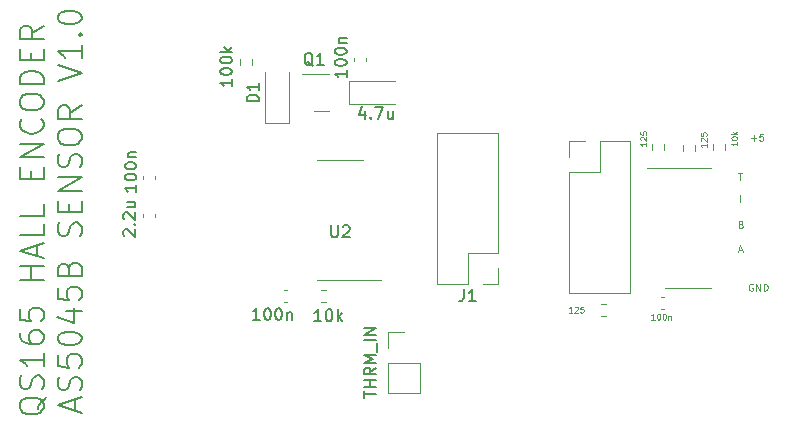
<source format=gbr>
%TF.GenerationSoftware,KiCad,Pcbnew,(6.0.7-1)-1*%
%TF.CreationDate,2022-11-03T17:35:00-04:00*%
%TF.ProjectId,encoder_driver,656e636f-6465-4725-9f64-72697665722e,rev?*%
%TF.SameCoordinates,Original*%
%TF.FileFunction,Legend,Top*%
%TF.FilePolarity,Positive*%
%FSLAX46Y46*%
G04 Gerber Fmt 4.6, Leading zero omitted, Abs format (unit mm)*
G04 Created by KiCad (PCBNEW (6.0.7-1)-1) date 2022-11-03 17:35:00*
%MOMM*%
%LPD*%
G01*
G04 APERTURE LIST*
%ADD10C,0.100000*%
%ADD11C,0.200000*%
%ADD12C,0.150000*%
%ADD13C,0.070000*%
%ADD14C,0.120000*%
G04 APERTURE END LIST*
D10*
X146742857Y-81600000D02*
X146685714Y-81571428D01*
X146600000Y-81571428D01*
X146514285Y-81600000D01*
X146457142Y-81657142D01*
X146428571Y-81714285D01*
X146400000Y-81828571D01*
X146400000Y-81914285D01*
X146428571Y-82028571D01*
X146457142Y-82085714D01*
X146514285Y-82142857D01*
X146600000Y-82171428D01*
X146657142Y-82171428D01*
X146742857Y-82142857D01*
X146771428Y-82114285D01*
X146771428Y-81914285D01*
X146657142Y-81914285D01*
X147028571Y-82171428D02*
X147028571Y-81571428D01*
X147371428Y-82171428D01*
X147371428Y-81571428D01*
X147657142Y-82171428D02*
X147657142Y-81571428D01*
X147800000Y-81571428D01*
X147885714Y-81600000D01*
X147942857Y-81657142D01*
X147971428Y-81714285D01*
X148000000Y-81828571D01*
X148000000Y-81914285D01*
X147971428Y-82028571D01*
X147942857Y-82085714D01*
X147885714Y-82142857D01*
X147800000Y-82171428D01*
X147657142Y-82171428D01*
X145528571Y-72171428D02*
X145871428Y-72171428D01*
X145700000Y-72771428D02*
X145700000Y-72171428D01*
X145557142Y-78700000D02*
X145842857Y-78700000D01*
X145500000Y-78871428D02*
X145700000Y-78271428D01*
X145900000Y-78871428D01*
X145742857Y-76557142D02*
X145828571Y-76585714D01*
X145857142Y-76614285D01*
X145885714Y-76671428D01*
X145885714Y-76757142D01*
X145857142Y-76814285D01*
X145828571Y-76842857D01*
X145771428Y-76871428D01*
X145542857Y-76871428D01*
X145542857Y-76271428D01*
X145742857Y-76271428D01*
X145800000Y-76300000D01*
X145828571Y-76328571D01*
X145857142Y-76385714D01*
X145857142Y-76442857D01*
X145828571Y-76500000D01*
X145800000Y-76528571D01*
X145742857Y-76557142D01*
X145542857Y-76557142D01*
X145700000Y-74671428D02*
X145700000Y-74071428D01*
X146585714Y-69242857D02*
X147042857Y-69242857D01*
X146814285Y-69471428D02*
X146814285Y-69014285D01*
X147614285Y-68871428D02*
X147328571Y-68871428D01*
X147300000Y-69157142D01*
X147328571Y-69128571D01*
X147385714Y-69100000D01*
X147528571Y-69100000D01*
X147585714Y-69128571D01*
X147614285Y-69157142D01*
X147642857Y-69214285D01*
X147642857Y-69357142D01*
X147614285Y-69414285D01*
X147585714Y-69442857D01*
X147528571Y-69471428D01*
X147385714Y-69471428D01*
X147328571Y-69442857D01*
X147300000Y-69414285D01*
D11*
X86885238Y-91161904D02*
X86790000Y-91352380D01*
X86599523Y-91542857D01*
X86313809Y-91828571D01*
X86218571Y-92019047D01*
X86218571Y-92209523D01*
X86694761Y-92114285D02*
X86599523Y-92304761D01*
X86409047Y-92495238D01*
X86028095Y-92590476D01*
X85361428Y-92590476D01*
X84980476Y-92495238D01*
X84790000Y-92304761D01*
X84694761Y-92114285D01*
X84694761Y-91733333D01*
X84790000Y-91542857D01*
X84980476Y-91352380D01*
X85361428Y-91257142D01*
X86028095Y-91257142D01*
X86409047Y-91352380D01*
X86599523Y-91542857D01*
X86694761Y-91733333D01*
X86694761Y-92114285D01*
X86599523Y-90495238D02*
X86694761Y-90209523D01*
X86694761Y-89733333D01*
X86599523Y-89542857D01*
X86504285Y-89447619D01*
X86313809Y-89352380D01*
X86123333Y-89352380D01*
X85932857Y-89447619D01*
X85837619Y-89542857D01*
X85742380Y-89733333D01*
X85647142Y-90114285D01*
X85551904Y-90304761D01*
X85456666Y-90400000D01*
X85266190Y-90495238D01*
X85075714Y-90495238D01*
X84885238Y-90400000D01*
X84790000Y-90304761D01*
X84694761Y-90114285D01*
X84694761Y-89638095D01*
X84790000Y-89352380D01*
X86694761Y-87447619D02*
X86694761Y-88590476D01*
X86694761Y-88019047D02*
X84694761Y-88019047D01*
X84980476Y-88209523D01*
X85170952Y-88400000D01*
X85266190Y-88590476D01*
X84694761Y-85733333D02*
X84694761Y-86114285D01*
X84790000Y-86304761D01*
X84885238Y-86400000D01*
X85170952Y-86590476D01*
X85551904Y-86685714D01*
X86313809Y-86685714D01*
X86504285Y-86590476D01*
X86599523Y-86495238D01*
X86694761Y-86304761D01*
X86694761Y-85923809D01*
X86599523Y-85733333D01*
X86504285Y-85638095D01*
X86313809Y-85542857D01*
X85837619Y-85542857D01*
X85647142Y-85638095D01*
X85551904Y-85733333D01*
X85456666Y-85923809D01*
X85456666Y-86304761D01*
X85551904Y-86495238D01*
X85647142Y-86590476D01*
X85837619Y-86685714D01*
X84694761Y-83733333D02*
X84694761Y-84685714D01*
X85647142Y-84780952D01*
X85551904Y-84685714D01*
X85456666Y-84495238D01*
X85456666Y-84019047D01*
X85551904Y-83828571D01*
X85647142Y-83733333D01*
X85837619Y-83638095D01*
X86313809Y-83638095D01*
X86504285Y-83733333D01*
X86599523Y-83828571D01*
X86694761Y-84019047D01*
X86694761Y-84495238D01*
X86599523Y-84685714D01*
X86504285Y-84780952D01*
X86694761Y-81257142D02*
X84694761Y-81257142D01*
X85647142Y-81257142D02*
X85647142Y-80114285D01*
X86694761Y-80114285D02*
X84694761Y-80114285D01*
X86123333Y-79257142D02*
X86123333Y-78304761D01*
X86694761Y-79447619D02*
X84694761Y-78780952D01*
X86694761Y-78114285D01*
X86694761Y-76495238D02*
X86694761Y-77447619D01*
X84694761Y-77447619D01*
X86694761Y-74876190D02*
X86694761Y-75828571D01*
X84694761Y-75828571D01*
X85647142Y-72685714D02*
X85647142Y-72019047D01*
X86694761Y-71733333D02*
X86694761Y-72685714D01*
X84694761Y-72685714D01*
X84694761Y-71733333D01*
X86694761Y-70876190D02*
X84694761Y-70876190D01*
X86694761Y-69733333D01*
X84694761Y-69733333D01*
X86504285Y-67638095D02*
X86599523Y-67733333D01*
X86694761Y-68019047D01*
X86694761Y-68209523D01*
X86599523Y-68495238D01*
X86409047Y-68685714D01*
X86218571Y-68780952D01*
X85837619Y-68876190D01*
X85551904Y-68876190D01*
X85170952Y-68780952D01*
X84980476Y-68685714D01*
X84790000Y-68495238D01*
X84694761Y-68209523D01*
X84694761Y-68019047D01*
X84790000Y-67733333D01*
X84885238Y-67638095D01*
X84694761Y-66400000D02*
X84694761Y-66019047D01*
X84790000Y-65828571D01*
X84980476Y-65638095D01*
X85361428Y-65542857D01*
X86028095Y-65542857D01*
X86409047Y-65638095D01*
X86599523Y-65828571D01*
X86694761Y-66019047D01*
X86694761Y-66400000D01*
X86599523Y-66590476D01*
X86409047Y-66780952D01*
X86028095Y-66876190D01*
X85361428Y-66876190D01*
X84980476Y-66780952D01*
X84790000Y-66590476D01*
X84694761Y-66400000D01*
X86694761Y-64685714D02*
X84694761Y-64685714D01*
X84694761Y-64209523D01*
X84790000Y-63923809D01*
X84980476Y-63733333D01*
X85170952Y-63638095D01*
X85551904Y-63542857D01*
X85837619Y-63542857D01*
X86218571Y-63638095D01*
X86409047Y-63733333D01*
X86599523Y-63923809D01*
X86694761Y-64209523D01*
X86694761Y-64685714D01*
X85647142Y-62685714D02*
X85647142Y-62019047D01*
X86694761Y-61733333D02*
X86694761Y-62685714D01*
X84694761Y-62685714D01*
X84694761Y-61733333D01*
X86694761Y-59733333D02*
X85742380Y-60400000D01*
X86694761Y-60876190D02*
X84694761Y-60876190D01*
X84694761Y-60114285D01*
X84790000Y-59923809D01*
X84885238Y-59828571D01*
X85075714Y-59733333D01*
X85361428Y-59733333D01*
X85551904Y-59828571D01*
X85647142Y-59923809D01*
X85742380Y-60114285D01*
X85742380Y-60876190D01*
X89343333Y-92304761D02*
X89343333Y-91352380D01*
X89914761Y-92495238D02*
X87914761Y-91828571D01*
X89914761Y-91161904D01*
X89819523Y-90590476D02*
X89914761Y-90304761D01*
X89914761Y-89828571D01*
X89819523Y-89638095D01*
X89724285Y-89542857D01*
X89533809Y-89447619D01*
X89343333Y-89447619D01*
X89152857Y-89542857D01*
X89057619Y-89638095D01*
X88962380Y-89828571D01*
X88867142Y-90209523D01*
X88771904Y-90400000D01*
X88676666Y-90495238D01*
X88486190Y-90590476D01*
X88295714Y-90590476D01*
X88105238Y-90495238D01*
X88010000Y-90400000D01*
X87914761Y-90209523D01*
X87914761Y-89733333D01*
X88010000Y-89447619D01*
X87914761Y-87638095D02*
X87914761Y-88590476D01*
X88867142Y-88685714D01*
X88771904Y-88590476D01*
X88676666Y-88400000D01*
X88676666Y-87923809D01*
X88771904Y-87733333D01*
X88867142Y-87638095D01*
X89057619Y-87542857D01*
X89533809Y-87542857D01*
X89724285Y-87638095D01*
X89819523Y-87733333D01*
X89914761Y-87923809D01*
X89914761Y-88400000D01*
X89819523Y-88590476D01*
X89724285Y-88685714D01*
X87914761Y-86304761D02*
X87914761Y-86114285D01*
X88010000Y-85923809D01*
X88105238Y-85828571D01*
X88295714Y-85733333D01*
X88676666Y-85638095D01*
X89152857Y-85638095D01*
X89533809Y-85733333D01*
X89724285Y-85828571D01*
X89819523Y-85923809D01*
X89914761Y-86114285D01*
X89914761Y-86304761D01*
X89819523Y-86495238D01*
X89724285Y-86590476D01*
X89533809Y-86685714D01*
X89152857Y-86780952D01*
X88676666Y-86780952D01*
X88295714Y-86685714D01*
X88105238Y-86590476D01*
X88010000Y-86495238D01*
X87914761Y-86304761D01*
X88581428Y-83923809D02*
X89914761Y-83923809D01*
X87819523Y-84400000D02*
X89248095Y-84876190D01*
X89248095Y-83638095D01*
X87914761Y-81923809D02*
X87914761Y-82876190D01*
X88867142Y-82971428D01*
X88771904Y-82876190D01*
X88676666Y-82685714D01*
X88676666Y-82209523D01*
X88771904Y-82019047D01*
X88867142Y-81923809D01*
X89057619Y-81828571D01*
X89533809Y-81828571D01*
X89724285Y-81923809D01*
X89819523Y-82019047D01*
X89914761Y-82209523D01*
X89914761Y-82685714D01*
X89819523Y-82876190D01*
X89724285Y-82971428D01*
X88867142Y-80304761D02*
X88962380Y-80019047D01*
X89057619Y-79923809D01*
X89248095Y-79828571D01*
X89533809Y-79828571D01*
X89724285Y-79923809D01*
X89819523Y-80019047D01*
X89914761Y-80209523D01*
X89914761Y-80971428D01*
X87914761Y-80971428D01*
X87914761Y-80304761D01*
X88010000Y-80114285D01*
X88105238Y-80019047D01*
X88295714Y-79923809D01*
X88486190Y-79923809D01*
X88676666Y-80019047D01*
X88771904Y-80114285D01*
X88867142Y-80304761D01*
X88867142Y-80971428D01*
X89819523Y-77542857D02*
X89914761Y-77257142D01*
X89914761Y-76780952D01*
X89819523Y-76590476D01*
X89724285Y-76495238D01*
X89533809Y-76400000D01*
X89343333Y-76400000D01*
X89152857Y-76495238D01*
X89057619Y-76590476D01*
X88962380Y-76780952D01*
X88867142Y-77161904D01*
X88771904Y-77352380D01*
X88676666Y-77447619D01*
X88486190Y-77542857D01*
X88295714Y-77542857D01*
X88105238Y-77447619D01*
X88010000Y-77352380D01*
X87914761Y-77161904D01*
X87914761Y-76685714D01*
X88010000Y-76400000D01*
X88867142Y-75542857D02*
X88867142Y-74876190D01*
X89914761Y-74590476D02*
X89914761Y-75542857D01*
X87914761Y-75542857D01*
X87914761Y-74590476D01*
X89914761Y-73733333D02*
X87914761Y-73733333D01*
X89914761Y-72590476D01*
X87914761Y-72590476D01*
X89819523Y-71733333D02*
X89914761Y-71447619D01*
X89914761Y-70971428D01*
X89819523Y-70780952D01*
X89724285Y-70685714D01*
X89533809Y-70590476D01*
X89343333Y-70590476D01*
X89152857Y-70685714D01*
X89057619Y-70780952D01*
X88962380Y-70971428D01*
X88867142Y-71352380D01*
X88771904Y-71542857D01*
X88676666Y-71638095D01*
X88486190Y-71733333D01*
X88295714Y-71733333D01*
X88105238Y-71638095D01*
X88010000Y-71542857D01*
X87914761Y-71352380D01*
X87914761Y-70876190D01*
X88010000Y-70590476D01*
X87914761Y-69352380D02*
X87914761Y-68971428D01*
X88010000Y-68780952D01*
X88200476Y-68590476D01*
X88581428Y-68495238D01*
X89248095Y-68495238D01*
X89629047Y-68590476D01*
X89819523Y-68780952D01*
X89914761Y-68971428D01*
X89914761Y-69352380D01*
X89819523Y-69542857D01*
X89629047Y-69733333D01*
X89248095Y-69828571D01*
X88581428Y-69828571D01*
X88200476Y-69733333D01*
X88010000Y-69542857D01*
X87914761Y-69352380D01*
X89914761Y-66495238D02*
X88962380Y-67161904D01*
X89914761Y-67638095D02*
X87914761Y-67638095D01*
X87914761Y-66876190D01*
X88010000Y-66685714D01*
X88105238Y-66590476D01*
X88295714Y-66495238D01*
X88581428Y-66495238D01*
X88771904Y-66590476D01*
X88867142Y-66685714D01*
X88962380Y-66876190D01*
X88962380Y-67638095D01*
X87914761Y-64400000D02*
X89914761Y-63733333D01*
X87914761Y-63066666D01*
X89914761Y-61352380D02*
X89914761Y-62495238D01*
X89914761Y-61923809D02*
X87914761Y-61923809D01*
X88200476Y-62114285D01*
X88390952Y-62304761D01*
X88486190Y-62495238D01*
X89724285Y-60495238D02*
X89819523Y-60400000D01*
X89914761Y-60495238D01*
X89819523Y-60590476D01*
X89724285Y-60495238D01*
X89914761Y-60495238D01*
X87914761Y-59161904D02*
X87914761Y-58971428D01*
X88010000Y-58780952D01*
X88105238Y-58685714D01*
X88295714Y-58590476D01*
X88676666Y-58495238D01*
X89152857Y-58495238D01*
X89533809Y-58590476D01*
X89724285Y-58685714D01*
X89819523Y-58780952D01*
X89914761Y-58971428D01*
X89914761Y-59161904D01*
X89819523Y-59352380D01*
X89724285Y-59447619D01*
X89533809Y-59542857D01*
X89152857Y-59638095D01*
X88676666Y-59638095D01*
X88295714Y-59542857D01*
X88105238Y-59447619D01*
X88010000Y-59352380D01*
X87914761Y-59161904D01*
D12*
%TO.C,J1*%
X122271666Y-82057380D02*
X122271666Y-82771666D01*
X122224047Y-82914523D01*
X122128809Y-83009761D01*
X121985952Y-83057380D01*
X121890714Y-83057380D01*
X123271666Y-83057380D02*
X122700238Y-83057380D01*
X122985952Y-83057380D02*
X122985952Y-82057380D01*
X122890714Y-82200238D01*
X122795476Y-82295476D01*
X122700238Y-82343095D01*
%TO.C,C4*%
X112352380Y-63519047D02*
X112352380Y-64090476D01*
X112352380Y-63804761D02*
X111352380Y-63804761D01*
X111495238Y-63900000D01*
X111590476Y-63995238D01*
X111638095Y-64090476D01*
X111352380Y-62900000D02*
X111352380Y-62804761D01*
X111400000Y-62709523D01*
X111447619Y-62661904D01*
X111542857Y-62614285D01*
X111733333Y-62566666D01*
X111971428Y-62566666D01*
X112161904Y-62614285D01*
X112257142Y-62661904D01*
X112304761Y-62709523D01*
X112352380Y-62804761D01*
X112352380Y-62900000D01*
X112304761Y-62995238D01*
X112257142Y-63042857D01*
X112161904Y-63090476D01*
X111971428Y-63138095D01*
X111733333Y-63138095D01*
X111542857Y-63090476D01*
X111447619Y-63042857D01*
X111400000Y-62995238D01*
X111352380Y-62900000D01*
X111352380Y-61947619D02*
X111352380Y-61852380D01*
X111400000Y-61757142D01*
X111447619Y-61709523D01*
X111542857Y-61661904D01*
X111733333Y-61614285D01*
X111971428Y-61614285D01*
X112161904Y-61661904D01*
X112257142Y-61709523D01*
X112304761Y-61757142D01*
X112352380Y-61852380D01*
X112352380Y-61947619D01*
X112304761Y-62042857D01*
X112257142Y-62090476D01*
X112161904Y-62138095D01*
X111971428Y-62185714D01*
X111733333Y-62185714D01*
X111542857Y-62138095D01*
X111447619Y-62090476D01*
X111400000Y-62042857D01*
X111352380Y-61947619D01*
X111685714Y-61185714D02*
X112352380Y-61185714D01*
X111780952Y-61185714D02*
X111733333Y-61138095D01*
X111685714Y-61042857D01*
X111685714Y-60900000D01*
X111733333Y-60804761D01*
X111828571Y-60757142D01*
X112352380Y-60757142D01*
D13*
%TO.C,R4*%
X142826190Y-69733333D02*
X142826190Y-70019047D01*
X142826190Y-69876190D02*
X142326190Y-69876190D01*
X142397619Y-69923809D01*
X142445238Y-69971428D01*
X142469047Y-70019047D01*
X142373809Y-69542857D02*
X142350000Y-69519047D01*
X142326190Y-69471428D01*
X142326190Y-69352380D01*
X142350000Y-69304761D01*
X142373809Y-69280952D01*
X142421428Y-69257142D01*
X142469047Y-69257142D01*
X142540476Y-69280952D01*
X142826190Y-69566666D01*
X142826190Y-69257142D01*
X142326190Y-68804761D02*
X142326190Y-69042857D01*
X142564285Y-69066666D01*
X142540476Y-69042857D01*
X142516666Y-68995238D01*
X142516666Y-68876190D01*
X142540476Y-68828571D01*
X142564285Y-68804761D01*
X142611904Y-68780952D01*
X142730952Y-68780952D01*
X142778571Y-68804761D01*
X142802380Y-68828571D01*
X142826190Y-68876190D01*
X142826190Y-68995238D01*
X142802380Y-69042857D01*
X142778571Y-69066666D01*
%TO.C,R6*%
X145426190Y-69597619D02*
X145426190Y-69883333D01*
X145426190Y-69740476D02*
X144926190Y-69740476D01*
X144997619Y-69788095D01*
X145045238Y-69835714D01*
X145069047Y-69883333D01*
X144926190Y-69288095D02*
X144926190Y-69240476D01*
X144950000Y-69192857D01*
X144973809Y-69169047D01*
X145021428Y-69145238D01*
X145116666Y-69121428D01*
X145235714Y-69121428D01*
X145330952Y-69145238D01*
X145378571Y-69169047D01*
X145402380Y-69192857D01*
X145426190Y-69240476D01*
X145426190Y-69288095D01*
X145402380Y-69335714D01*
X145378571Y-69359523D01*
X145330952Y-69383333D01*
X145235714Y-69407142D01*
X145116666Y-69407142D01*
X145021428Y-69383333D01*
X144973809Y-69359523D01*
X144950000Y-69335714D01*
X144926190Y-69288095D01*
X145426190Y-68907142D02*
X144926190Y-68907142D01*
X145235714Y-68859523D02*
X145426190Y-68716666D01*
X145092857Y-68716666D02*
X145283333Y-68907142D01*
D12*
%TO.C,U2*%
X111038095Y-76652380D02*
X111038095Y-77461904D01*
X111085714Y-77557142D01*
X111133333Y-77604761D01*
X111228571Y-77652380D01*
X111419047Y-77652380D01*
X111514285Y-77604761D01*
X111561904Y-77557142D01*
X111609523Y-77461904D01*
X111609523Y-76652380D01*
X112038095Y-76747619D02*
X112085714Y-76700000D01*
X112180952Y-76652380D01*
X112419047Y-76652380D01*
X112514285Y-76700000D01*
X112561904Y-76747619D01*
X112609523Y-76842857D01*
X112609523Y-76938095D01*
X112561904Y-77080952D01*
X111990476Y-77652380D01*
X112609523Y-77652380D01*
%TO.C,C1*%
X94552380Y-73219047D02*
X94552380Y-73790476D01*
X94552380Y-73504761D02*
X93552380Y-73504761D01*
X93695238Y-73600000D01*
X93790476Y-73695238D01*
X93838095Y-73790476D01*
X93552380Y-72600000D02*
X93552380Y-72504761D01*
X93600000Y-72409523D01*
X93647619Y-72361904D01*
X93742857Y-72314285D01*
X93933333Y-72266666D01*
X94171428Y-72266666D01*
X94361904Y-72314285D01*
X94457142Y-72361904D01*
X94504761Y-72409523D01*
X94552380Y-72504761D01*
X94552380Y-72600000D01*
X94504761Y-72695238D01*
X94457142Y-72742857D01*
X94361904Y-72790476D01*
X94171428Y-72838095D01*
X93933333Y-72838095D01*
X93742857Y-72790476D01*
X93647619Y-72742857D01*
X93600000Y-72695238D01*
X93552380Y-72600000D01*
X93552380Y-71647619D02*
X93552380Y-71552380D01*
X93600000Y-71457142D01*
X93647619Y-71409523D01*
X93742857Y-71361904D01*
X93933333Y-71314285D01*
X94171428Y-71314285D01*
X94361904Y-71361904D01*
X94457142Y-71409523D01*
X94504761Y-71457142D01*
X94552380Y-71552380D01*
X94552380Y-71647619D01*
X94504761Y-71742857D01*
X94457142Y-71790476D01*
X94361904Y-71838095D01*
X94171428Y-71885714D01*
X93933333Y-71885714D01*
X93742857Y-71838095D01*
X93647619Y-71790476D01*
X93600000Y-71742857D01*
X93552380Y-71647619D01*
X93885714Y-70885714D02*
X94552380Y-70885714D01*
X93980952Y-70885714D02*
X93933333Y-70838095D01*
X93885714Y-70742857D01*
X93885714Y-70600000D01*
X93933333Y-70504761D01*
X94028571Y-70457142D01*
X94552380Y-70457142D01*
%TO.C,J4*%
X113852380Y-91223809D02*
X113852380Y-90652380D01*
X114852380Y-90938095D02*
X113852380Y-90938095D01*
X114852380Y-90319047D02*
X113852380Y-90319047D01*
X114328571Y-90319047D02*
X114328571Y-89747619D01*
X114852380Y-89747619D02*
X113852380Y-89747619D01*
X114852380Y-88700000D02*
X114376190Y-89033333D01*
X114852380Y-89271428D02*
X113852380Y-89271428D01*
X113852380Y-88890476D01*
X113900000Y-88795238D01*
X113947619Y-88747619D01*
X114042857Y-88700000D01*
X114185714Y-88700000D01*
X114280952Y-88747619D01*
X114328571Y-88795238D01*
X114376190Y-88890476D01*
X114376190Y-89271428D01*
X114852380Y-88271428D02*
X113852380Y-88271428D01*
X114566666Y-87938095D01*
X113852380Y-87604761D01*
X114852380Y-87604761D01*
X114947619Y-87366666D02*
X114947619Y-86604761D01*
X114852380Y-86366666D02*
X113852380Y-86366666D01*
X114852380Y-85890476D02*
X113852380Y-85890476D01*
X114852380Y-85319047D01*
X113852380Y-85319047D01*
D13*
%TO.C,R5*%
X131466666Y-84026190D02*
X131180952Y-84026190D01*
X131323809Y-84026190D02*
X131323809Y-83526190D01*
X131276190Y-83597619D01*
X131228571Y-83645238D01*
X131180952Y-83669047D01*
X131657142Y-83573809D02*
X131680952Y-83550000D01*
X131728571Y-83526190D01*
X131847619Y-83526190D01*
X131895238Y-83550000D01*
X131919047Y-83573809D01*
X131942857Y-83621428D01*
X131942857Y-83669047D01*
X131919047Y-83740476D01*
X131633333Y-84026190D01*
X131942857Y-84026190D01*
X132395238Y-83526190D02*
X132157142Y-83526190D01*
X132133333Y-83764285D01*
X132157142Y-83740476D01*
X132204761Y-83716666D01*
X132323809Y-83716666D01*
X132371428Y-83740476D01*
X132395238Y-83764285D01*
X132419047Y-83811904D01*
X132419047Y-83930952D01*
X132395238Y-83978571D01*
X132371428Y-84002380D01*
X132323809Y-84026190D01*
X132204761Y-84026190D01*
X132157142Y-84002380D01*
X132133333Y-83978571D01*
D12*
%TO.C,Q1*%
X109504761Y-63147619D02*
X109409523Y-63100000D01*
X109314285Y-63004761D01*
X109171428Y-62861904D01*
X109076190Y-62814285D01*
X108980952Y-62814285D01*
X109028571Y-63052380D02*
X108933333Y-63004761D01*
X108838095Y-62909523D01*
X108790476Y-62719047D01*
X108790476Y-62385714D01*
X108838095Y-62195238D01*
X108933333Y-62100000D01*
X109028571Y-62052380D01*
X109219047Y-62052380D01*
X109314285Y-62100000D01*
X109409523Y-62195238D01*
X109457142Y-62385714D01*
X109457142Y-62719047D01*
X109409523Y-62909523D01*
X109314285Y-63004761D01*
X109219047Y-63052380D01*
X109028571Y-63052380D01*
X110409523Y-63052380D02*
X109838095Y-63052380D01*
X110123809Y-63052380D02*
X110123809Y-62052380D01*
X110028571Y-62195238D01*
X109933333Y-62290476D01*
X109838095Y-62338095D01*
%TO.C,R2*%
X110204761Y-84752380D02*
X109633333Y-84752380D01*
X109919047Y-84752380D02*
X109919047Y-83752380D01*
X109823809Y-83895238D01*
X109728571Y-83990476D01*
X109633333Y-84038095D01*
X110823809Y-83752380D02*
X110919047Y-83752380D01*
X111014285Y-83800000D01*
X111061904Y-83847619D01*
X111109523Y-83942857D01*
X111157142Y-84133333D01*
X111157142Y-84371428D01*
X111109523Y-84561904D01*
X111061904Y-84657142D01*
X111014285Y-84704761D01*
X110919047Y-84752380D01*
X110823809Y-84752380D01*
X110728571Y-84704761D01*
X110680952Y-84657142D01*
X110633333Y-84561904D01*
X110585714Y-84371428D01*
X110585714Y-84133333D01*
X110633333Y-83942857D01*
X110680952Y-83847619D01*
X110728571Y-83800000D01*
X110823809Y-83752380D01*
X111585714Y-84752380D02*
X111585714Y-83752380D01*
X111680952Y-84371428D02*
X111966666Y-84752380D01*
X111966666Y-84085714D02*
X111585714Y-84466666D01*
%TO.C,C2*%
X104980952Y-84652380D02*
X104409523Y-84652380D01*
X104695238Y-84652380D02*
X104695238Y-83652380D01*
X104600000Y-83795238D01*
X104504761Y-83890476D01*
X104409523Y-83938095D01*
X105600000Y-83652380D02*
X105695238Y-83652380D01*
X105790476Y-83700000D01*
X105838095Y-83747619D01*
X105885714Y-83842857D01*
X105933333Y-84033333D01*
X105933333Y-84271428D01*
X105885714Y-84461904D01*
X105838095Y-84557142D01*
X105790476Y-84604761D01*
X105695238Y-84652380D01*
X105600000Y-84652380D01*
X105504761Y-84604761D01*
X105457142Y-84557142D01*
X105409523Y-84461904D01*
X105361904Y-84271428D01*
X105361904Y-84033333D01*
X105409523Y-83842857D01*
X105457142Y-83747619D01*
X105504761Y-83700000D01*
X105600000Y-83652380D01*
X106552380Y-83652380D02*
X106647619Y-83652380D01*
X106742857Y-83700000D01*
X106790476Y-83747619D01*
X106838095Y-83842857D01*
X106885714Y-84033333D01*
X106885714Y-84271428D01*
X106838095Y-84461904D01*
X106790476Y-84557142D01*
X106742857Y-84604761D01*
X106647619Y-84652380D01*
X106552380Y-84652380D01*
X106457142Y-84604761D01*
X106409523Y-84557142D01*
X106361904Y-84461904D01*
X106314285Y-84271428D01*
X106314285Y-84033333D01*
X106361904Y-83842857D01*
X106409523Y-83747619D01*
X106457142Y-83700000D01*
X106552380Y-83652380D01*
X107314285Y-83985714D02*
X107314285Y-84652380D01*
X107314285Y-84080952D02*
X107361904Y-84033333D01*
X107457142Y-83985714D01*
X107600000Y-83985714D01*
X107695238Y-84033333D01*
X107742857Y-84128571D01*
X107742857Y-84652380D01*
%TO.C,D1*%
X104902380Y-66138095D02*
X103902380Y-66138095D01*
X103902380Y-65900000D01*
X103950000Y-65757142D01*
X104045238Y-65661904D01*
X104140476Y-65614285D01*
X104330952Y-65566666D01*
X104473809Y-65566666D01*
X104664285Y-65614285D01*
X104759523Y-65661904D01*
X104854761Y-65757142D01*
X104902380Y-65900000D01*
X104902380Y-66138095D01*
X104902380Y-64614285D02*
X104902380Y-65185714D01*
X104902380Y-64900000D02*
X103902380Y-64900000D01*
X104045238Y-64995238D01*
X104140476Y-65090476D01*
X104188095Y-65185714D01*
D13*
%TO.C,R3*%
X137726190Y-69633333D02*
X137726190Y-69919047D01*
X137726190Y-69776190D02*
X137226190Y-69776190D01*
X137297619Y-69823809D01*
X137345238Y-69871428D01*
X137369047Y-69919047D01*
X137273809Y-69442857D02*
X137250000Y-69419047D01*
X137226190Y-69371428D01*
X137226190Y-69252380D01*
X137250000Y-69204761D01*
X137273809Y-69180952D01*
X137321428Y-69157142D01*
X137369047Y-69157142D01*
X137440476Y-69180952D01*
X137726190Y-69466666D01*
X137726190Y-69157142D01*
X137226190Y-68704761D02*
X137226190Y-68942857D01*
X137464285Y-68966666D01*
X137440476Y-68942857D01*
X137416666Y-68895238D01*
X137416666Y-68776190D01*
X137440476Y-68728571D01*
X137464285Y-68704761D01*
X137511904Y-68680952D01*
X137630952Y-68680952D01*
X137678571Y-68704761D01*
X137702380Y-68728571D01*
X137726190Y-68776190D01*
X137726190Y-68895238D01*
X137702380Y-68942857D01*
X137678571Y-68966666D01*
D12*
%TO.C,C6*%
X93547619Y-77552380D02*
X93500000Y-77504761D01*
X93452380Y-77409523D01*
X93452380Y-77171428D01*
X93500000Y-77076190D01*
X93547619Y-77028571D01*
X93642857Y-76980952D01*
X93738095Y-76980952D01*
X93880952Y-77028571D01*
X94452380Y-77600000D01*
X94452380Y-76980952D01*
X94357142Y-76552380D02*
X94404761Y-76504761D01*
X94452380Y-76552380D01*
X94404761Y-76600000D01*
X94357142Y-76552380D01*
X94452380Y-76552380D01*
X93547619Y-76123809D02*
X93500000Y-76076190D01*
X93452380Y-75980952D01*
X93452380Y-75742857D01*
X93500000Y-75647619D01*
X93547619Y-75600000D01*
X93642857Y-75552380D01*
X93738095Y-75552380D01*
X93880952Y-75600000D01*
X94452380Y-76171428D01*
X94452380Y-75552380D01*
X93785714Y-74695238D02*
X94452380Y-74695238D01*
X93785714Y-75123809D02*
X94309523Y-75123809D01*
X94404761Y-75076190D01*
X94452380Y-74980952D01*
X94452380Y-74838095D01*
X94404761Y-74742857D01*
X94357142Y-74695238D01*
D13*
%TO.C,C3*%
X138440476Y-84626190D02*
X138154761Y-84626190D01*
X138297619Y-84626190D02*
X138297619Y-84126190D01*
X138250000Y-84197619D01*
X138202380Y-84245238D01*
X138154761Y-84269047D01*
X138750000Y-84126190D02*
X138797619Y-84126190D01*
X138845238Y-84150000D01*
X138869047Y-84173809D01*
X138892857Y-84221428D01*
X138916666Y-84316666D01*
X138916666Y-84435714D01*
X138892857Y-84530952D01*
X138869047Y-84578571D01*
X138845238Y-84602380D01*
X138797619Y-84626190D01*
X138750000Y-84626190D01*
X138702380Y-84602380D01*
X138678571Y-84578571D01*
X138654761Y-84530952D01*
X138630952Y-84435714D01*
X138630952Y-84316666D01*
X138654761Y-84221428D01*
X138678571Y-84173809D01*
X138702380Y-84150000D01*
X138750000Y-84126190D01*
X139226190Y-84126190D02*
X139273809Y-84126190D01*
X139321428Y-84150000D01*
X139345238Y-84173809D01*
X139369047Y-84221428D01*
X139392857Y-84316666D01*
X139392857Y-84435714D01*
X139369047Y-84530952D01*
X139345238Y-84578571D01*
X139321428Y-84602380D01*
X139273809Y-84626190D01*
X139226190Y-84626190D01*
X139178571Y-84602380D01*
X139154761Y-84578571D01*
X139130952Y-84530952D01*
X139107142Y-84435714D01*
X139107142Y-84316666D01*
X139130952Y-84221428D01*
X139154761Y-84173809D01*
X139178571Y-84150000D01*
X139226190Y-84126190D01*
X139607142Y-84292857D02*
X139607142Y-84626190D01*
X139607142Y-84340476D02*
X139630952Y-84316666D01*
X139678571Y-84292857D01*
X139750000Y-84292857D01*
X139797619Y-84316666D01*
X139821428Y-84364285D01*
X139821428Y-84626190D01*
D12*
%TO.C,C5*%
X113873809Y-66935714D02*
X113873809Y-67602380D01*
X113635714Y-66554761D02*
X113397619Y-67269047D01*
X114016666Y-67269047D01*
X114397619Y-67507142D02*
X114445238Y-67554761D01*
X114397619Y-67602380D01*
X114350000Y-67554761D01*
X114397619Y-67507142D01*
X114397619Y-67602380D01*
X114778571Y-66602380D02*
X115445238Y-66602380D01*
X115016666Y-67602380D01*
X116254761Y-66935714D02*
X116254761Y-67602380D01*
X115826190Y-66935714D02*
X115826190Y-67459523D01*
X115873809Y-67554761D01*
X115969047Y-67602380D01*
X116111904Y-67602380D01*
X116207142Y-67554761D01*
X116254761Y-67507142D01*
%TO.C,R1*%
X102652380Y-64271428D02*
X102652380Y-64842857D01*
X102652380Y-64557142D02*
X101652380Y-64557142D01*
X101795238Y-64652380D01*
X101890476Y-64747619D01*
X101938095Y-64842857D01*
X101652380Y-63652380D02*
X101652380Y-63557142D01*
X101700000Y-63461904D01*
X101747619Y-63414285D01*
X101842857Y-63366666D01*
X102033333Y-63319047D01*
X102271428Y-63319047D01*
X102461904Y-63366666D01*
X102557142Y-63414285D01*
X102604761Y-63461904D01*
X102652380Y-63557142D01*
X102652380Y-63652380D01*
X102604761Y-63747619D01*
X102557142Y-63795238D01*
X102461904Y-63842857D01*
X102271428Y-63890476D01*
X102033333Y-63890476D01*
X101842857Y-63842857D01*
X101747619Y-63795238D01*
X101700000Y-63747619D01*
X101652380Y-63652380D01*
X101652380Y-62700000D02*
X101652380Y-62604761D01*
X101700000Y-62509523D01*
X101747619Y-62461904D01*
X101842857Y-62414285D01*
X102033333Y-62366666D01*
X102271428Y-62366666D01*
X102461904Y-62414285D01*
X102557142Y-62461904D01*
X102604761Y-62509523D01*
X102652380Y-62604761D01*
X102652380Y-62700000D01*
X102604761Y-62795238D01*
X102557142Y-62842857D01*
X102461904Y-62890476D01*
X102271428Y-62938095D01*
X102033333Y-62938095D01*
X101842857Y-62890476D01*
X101747619Y-62842857D01*
X101700000Y-62795238D01*
X101652380Y-62700000D01*
X102652380Y-61938095D02*
X101652380Y-61938095D01*
X102271428Y-61842857D02*
X102652380Y-61557142D01*
X101985714Y-61557142D02*
X102366666Y-61938095D01*
D14*
%TO.C,U3*%
X141225000Y-71815000D02*
X137775000Y-71815000D01*
X141225000Y-71815000D02*
X143175000Y-71815000D01*
X141225000Y-81935000D02*
X139275000Y-81935000D01*
X141225000Y-81935000D02*
X143175000Y-81935000D01*
%TO.C,J1*%
X125205000Y-81605000D02*
X123875000Y-81605000D01*
X125205000Y-79005000D02*
X122605000Y-79005000D01*
X122605000Y-81605000D02*
X120005000Y-81605000D01*
X125205000Y-68785000D02*
X120005000Y-68785000D01*
X122605000Y-79005000D02*
X122605000Y-81605000D01*
X125205000Y-79005000D02*
X125205000Y-68785000D01*
X125205000Y-80275000D02*
X125205000Y-81605000D01*
X120005000Y-81605000D02*
X120005000Y-68785000D01*
%TO.C,C4*%
X113960000Y-62765580D02*
X113960000Y-62484420D01*
X112940000Y-62765580D02*
X112940000Y-62484420D01*
%TO.C,R4*%
X140802500Y-69837742D02*
X140802500Y-70312258D01*
X141847500Y-69837742D02*
X141847500Y-70312258D01*
%TO.C,R6*%
X143387500Y-70247258D02*
X143387500Y-69772742D01*
X144432500Y-70247258D02*
X144432500Y-69772742D01*
%TO.C,U2*%
X111800000Y-81260000D02*
X109850000Y-81260000D01*
X111800000Y-81260000D02*
X115250000Y-81260000D01*
X111800000Y-71140000D02*
X113750000Y-71140000D01*
X111800000Y-71140000D02*
X109850000Y-71140000D01*
%TO.C,C1*%
X96110000Y-72740580D02*
X96110000Y-72459420D01*
X95090000Y-72740580D02*
X95090000Y-72459420D01*
%TO.C,J4*%
X115870000Y-88270000D02*
X115870000Y-90870000D01*
X115870000Y-90870000D02*
X118530000Y-90870000D01*
X118530000Y-88270000D02*
X118530000Y-90870000D01*
X115870000Y-88270000D02*
X118530000Y-88270000D01*
X115870000Y-87000000D02*
X115870000Y-85670000D01*
X115870000Y-85670000D02*
X117200000Y-85670000D01*
%TO.C,R5*%
X133862742Y-84322500D02*
X134337258Y-84322500D01*
X133862742Y-83277500D02*
X134337258Y-83277500D01*
%TO.C,Q1*%
X110250000Y-66960000D02*
X110900000Y-66960000D01*
X110250000Y-63840000D02*
X110900000Y-63840000D01*
X110250000Y-63840000D02*
X108575000Y-63840000D01*
X110250000Y-66960000D02*
X109600000Y-66960000D01*
%TO.C,R2*%
X110637258Y-83122500D02*
X110162742Y-83122500D01*
X110637258Y-82077500D02*
X110162742Y-82077500D01*
%TO.C,C2*%
X107340580Y-83110000D02*
X107059420Y-83110000D01*
X107340580Y-82090000D02*
X107059420Y-82090000D01*
%TO.C,D1*%
X105450000Y-67950000D02*
X107450000Y-67950000D01*
X105450000Y-63650000D02*
X105450000Y-67950000D01*
X107450000Y-67950000D02*
X107450000Y-63650000D01*
%TO.C,J2*%
X131180000Y-70860000D02*
X131180000Y-69530000D01*
X131180000Y-72130000D02*
X133780000Y-72130000D01*
X133780000Y-69530000D02*
X136380000Y-69530000D01*
X136380000Y-69530000D02*
X136380000Y-82350000D01*
X131180000Y-69530000D02*
X132510000Y-69530000D01*
X131180000Y-72130000D02*
X131180000Y-82350000D01*
X131180000Y-82350000D02*
X136380000Y-82350000D01*
X133780000Y-72130000D02*
X133780000Y-69530000D01*
%TO.C,R3*%
X138202500Y-69772742D02*
X138202500Y-70247258D01*
X139247500Y-69772742D02*
X139247500Y-70247258D01*
%TO.C,C6*%
X96110000Y-75659420D02*
X96110000Y-75940580D01*
X95090000Y-75659420D02*
X95090000Y-75940580D01*
%TO.C,C3*%
X139240580Y-82700000D02*
X138959420Y-82700000D01*
X139240580Y-83720000D02*
X138959420Y-83720000D01*
%TO.C,C5*%
X116450000Y-64465000D02*
X112540000Y-64465000D01*
X112540000Y-64465000D02*
X112540000Y-66335000D01*
X112540000Y-66335000D02*
X116450000Y-66335000D01*
%TO.C,R1*%
X103327500Y-63037258D02*
X103327500Y-62562742D01*
X104372500Y-63037258D02*
X104372500Y-62562742D01*
%TD*%
M02*

</source>
